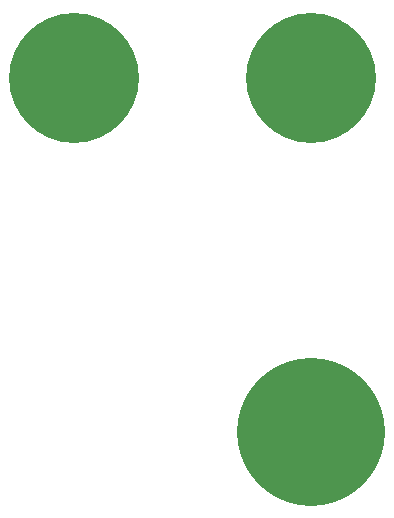
<source format=gbp>
G04 start of page 11 for group -4014 idx -4014 *
G04 Title: 26.001.00.01.01.pcb, bottompaste *
G04 Creator: pcb 4.1.2 *
G04 CreationDate: Sat Aug 11 09:36:15 2018 UTC *
G04 For: bert *
G04 Format: Gerber/RS-274X *
G04 PCB-Dimensions (mil): 3937.01 5905.51 *
G04 PCB-Coordinate-Origin: lower left *
%MOIN*%
%FSLAX25Y25*%
%LNGBP*%
%ADD59C,0.4921*%
%ADD58C,0.4331*%
G54D58*X99409Y417323D03*
X178150D03*
G54D59*X178149Y299213D02*X178151D01*
M02*

</source>
